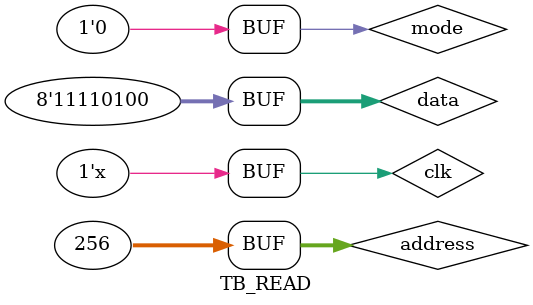
<source format=v>
`timescale 1ns / 1ps


module TB_READ();

reg [31:0] address;
reg [7:0] data;
reg mode, clk;
wire [7:0] output_data;
wire hit1,hit2,Wait;
wire [31:0] stored_address;
wire [7:0] stored_data;


CACHE_CONTROLLER inst(
	.address(address),
	.data(data),
	.mode(mode),
	.clk(clk),
	.output_data(output_data),
	.hit1(hit1),.hit2(hit2),
	.Wait(Wait),
	.stored_address(stored_address),
	.stored_data(stored_data)
);

initial
begin
	//The block index and block offset is 0-based index
	clk = 1'b1;
	address = 32'b00000000000000000000000000000010;	//At Block-index=0, Block-offset=2
	data =    8'b10110000;	 //The data to be writen at the given address
	mode = 1'b1; //write opertion
	//Initially this block is in main-memory...
	//The block won't be copied to L1 or L2 Cache as we have implemented Write No-allocate policy
	//hence this block 0  would still be in Main memory after the write operation
	#10
	#2
	address = 32'b00000000000000000000000100000000;	//At Block-index=64, Block-offset=0
	data =    8'b10110111;	//This data does not matter here as it is read operation 
	mode = 1'b0; //read operation
	//Initially this block would be found in main-memory
	//As per the Write-back policy, it would be promoted to L2 and then to L1 after this read operation
	//Hence block 64 would be now in L1 and L2 Cache both
	#50
	#2
	address = 32'b00000000000000000000000100000001;	 //At Block-index=64, Block-offset=1
	data =    8'b10110110;	//The data to be writen at the given address
	mode = 1'b1; //Write operation
	//As the block 64 was promoted earlier to L1 Cache
	//This block would now be found in L1 Cache
	#10
	#2
	address = 32'b00000000000000000000000000000010;	 //At Block-index=0, Block-offset=2
	data =    8'b10110111;	//This data does not matter here as it is read operation  
	mode = 1'b0; //Read operation
	//This Block 0 was present in main memory
	//After this read operation , it would be promoted to L1 Cache
	//As it occupies the same line as occupied by Block 64
	//Block 64 would be evicted from L1 and would be found in L2 Cache now
	
	#30
	#2
	address = 32'b00000000000000000000000100000010;	 //At Block-index=64, Block-offset=2
	data =    8'b10111100;	 //The data to be writen at the given address
	mode = 1'b1; //Write operation
	//As Block 64 was removed from L1 Cache earlier to make space for Block 0
	//Block 64 would be now found in L2 Cache
	//As it is write operation, Block 64 would remain in L2 Cache
	#3
	#2
	address = 32'b00000000000000000000000100000000;	 //At Block-index=64, Block-offset=0
	data =    8'b11110100;	 //This data does not matter here as it is read operation 
	mode = 1'b0; //Read operation
	//Now as Block 0 has occupied the same line in L1 as that of Block 64
	//Block 64 would now replace Block 0 in L1 Cache
	//So after this operation Block 64 would be in L1 and Block 0 in L2 cache
	
	
end
always #1 clk = ~clk;
endmodule

</source>
